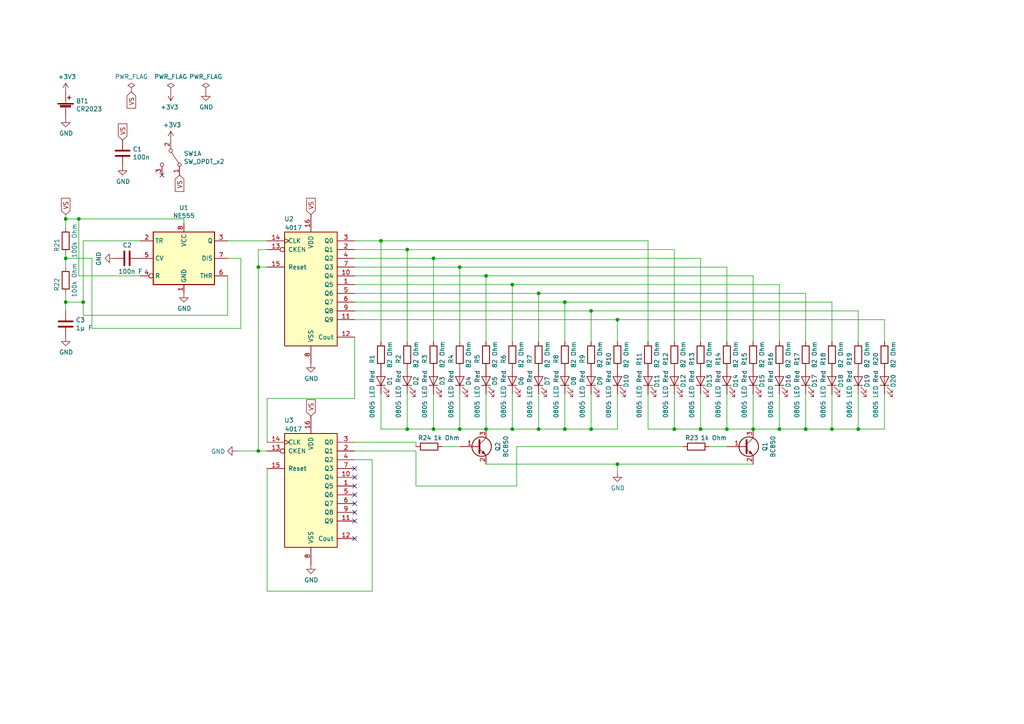
<source format=kicad_sch>
(kicad_sch (version 20211123) (generator eeschema)
  (paper "A4")
  (title_block (title "SMD-Lauflicht") (date "2021-04-24") (rev "V1.0") (company "Binary Kitchen e.V."))
  (lib_symbols
    (symbol "4xxx:4017" (pin_names (offset 1.016))
      (property "Reference" "U" (at -7.62 16.51 0))
      (property "Value" "4xxx_4017" (at -7.62 -19.05 0))
      (symbol "4017_1_0"
        (pin output line (at 12.7 0 180) (length 5.08) (name "Q5") (number "1"))
        (pin output line (at 12.7 2.54 180) (length 5.08) (name "Q4") (number "10"))
        (pin output line (at 12.7 -10.16 180) (length 5.08) (name "Q9") (number "11"))
        (pin output line (at 12.7 -15.24 180) (length 5.08) (name "Cout") (number "12"))
        (pin input inverted (at -12.7 10.16 0) (length 5.08) (name "CKEN") (number "13"))
        (pin input clock (at -12.7 12.7 0) (length 5.08) (name "CLK") (number "14"))
        (pin input line (at -12.7 5.08 0) (length 5.08) (name "Reset") (number "15"))
        (pin power_in line (at 0 20.32 270) (length 5.08) (name "VDD") (number "16"))
        (pin output line (at 12.7 10.16 180) (length 5.08) (name "Q1") (number "2"))
        (pin output line (at 12.7 12.7 180) (length 5.08) (name "Q0") (number "3"))
        (pin output line (at 12.7 7.62 180) (length 5.08) (name "Q2") (number "4"))
        (pin output line (at 12.7 -2.54 180) (length 5.08) (name "Q6") (number "5"))
        (pin output line (at 12.7 -5.08 180) (length 5.08) (name "Q7") (number "6"))
        (pin output line (at 12.7 5.08 180) (length 5.08) (name "Q3") (number "7"))
        (pin power_in line (at 0 -22.86 90) (length 5.08) (name "VSS") (number "8"))
        (pin output line (at 12.7 -7.62 180) (length 5.08) (name "Q8") (number "9"))
      )
      (symbol "4017_1_1"
        (rectangle (start -7.62 15.24) (end 7.62 -17.78) (stroke (width 0.254)) (fill (type background)))
      )
    )
    (symbol "Device:Battery_Cell" (pin_numbers hide) (pin_names (offset 0) hide)
      (property "Reference" "BT" (at 2.54 2.54 0))
      (property "Value" "Device_Battery_Cell" (at 2.54 0 0))
      (symbol "Battery_Cell_0_1"
        (rectangle (start -2.286 1.778) (end 2.286 1.524) (fill (type outline)))
        (rectangle (start -1.5748 1.1938) (end 1.4732 0.6858) (fill (type outline)))
        (polyline (pts (xy 0 0.762) (xy 0 0)))
        (polyline (pts (xy 0 1.778) (xy 0 2.54)))
        (polyline (pts (xy 0.508 3.429) (xy 1.524 3.429)) (stroke (width 0.254)))
        (polyline (pts (xy 1.016 3.937) (xy 1.016 2.921)) (stroke (width 0.254)))
      )
      (symbol "Battery_Cell_1_1"
        (pin passive line (at 0 5.08 270) (length 2.54) (name "+") (number "1"))
        (pin passive line (at 0 -2.54 90) (length 2.54) (name "-") (number "2"))
      )
    )
    (symbol "Device:C" (pin_numbers hide) (pin_names (offset 0.254))
      (property "Reference" "C" (at 0.635 2.54 0))
      (property "Value" "Device_C" (at 0.635 -2.54 0))
      (symbol "C_0_1"
        (polyline (pts (xy -2.032 -0.762) (xy 2.032 -0.762)) (stroke (width 0.508)))
        (polyline (pts (xy -2.032 0.762) (xy 2.032 0.762)) (stroke (width 0.508)))
      )
      (symbol "C_1_1"
        (pin passive line (at 0 3.81 270) (length 2.794) (name "~") (number "1"))
        (pin passive line (at 0 -3.81 90) (length 2.794) (name "~") (number "2"))
      )
    )
    (symbol "Device:LED" (pin_numbers hide) (pin_names (offset 1.016) hide)
      (property "Reference" "D" (at 0 2.54 0))
      (property "Value" "Device_LED" (at 0 -2.54 0))
      (symbol "LED_0_1"
        (polyline (pts (xy -1.27 -1.27) (xy -1.27 1.27)) (stroke (width 0.2032)))
        (polyline (pts (xy -1.27 0) (xy 1.27 0)))
        (polyline (pts (xy 1.27 -1.27) (xy 1.27 1.27) (xy -1.27 0) (xy 1.27 -1.27)) (stroke (width 0.2032)))
        (polyline (pts (xy -3.048 -0.762) (xy -4.572 -2.286) (xy -3.81 -2.286) (xy -4.572 -2.286) (xy -4.572 -1.524)))
        (polyline (pts (xy -1.778 -0.762) (xy -3.302 -2.286) (xy -2.54 -2.286) (xy -3.302 -2.286) (xy -3.302 -1.524)))
      )
      (symbol "LED_1_1"
        (pin passive line (at -3.81 0 0) (length 2.54) (name "K") (number "1"))
        (pin passive line (at 3.81 0 180) (length 2.54) (name "A") (number "2"))
      )
    )
    (symbol "Device:R" (pin_numbers hide) (pin_names (offset 0))
      (property "Reference" "R" (at 2.032 0 90))
      (property "Value" "Device_R" (at 0 0 90))
      (symbol "R_0_1"
        (rectangle (start -1.016 -2.54) (end 1.016 2.54) (stroke (width 0.254)))
      )
      (symbol "R_1_1"
        (pin passive line (at 0 3.81 270) (length 1.27) (name "~") (number "1"))
        (pin passive line (at 0 -3.81 90) (length 1.27) (name "~") (number "2"))
      )
    )
    (symbol "Switch:SW_DPDT_x2" (pin_names (offset 0) hide)
      (property "Reference" "SW" (at 0 4.318 0))
      (property "Value" "SW_DPDT_x2" (at 0 -5.08 0))
      (symbol "SW_DPDT_x2_0_0"
        (circle (center -2.032 0) (radius 0.508))
        (circle (center 2.032 -2.54) (radius 0.508))
      )
      (symbol "SW_DPDT_x2_0_1"
        (polyline (pts (xy -1.524 0.254) (xy 1.651 2.286)))
        (circle (center 2.032 2.54) (radius 0.508))
      )
      (symbol "SW_DPDT_x2_1_1"
        (pin passive line (at 5.08 2.54 180) (length 2.54) (name "A") (number "1"))
        (pin passive line (at -5.08 0 0) (length 2.54) (name "B") (number "2"))
        (pin passive line (at 5.08 -2.54 180) (length 2.54) (name "C") (number "3"))
      )
      (symbol "SW_DPDT_x2_2_1"
        (pin passive line (at 5.08 2.54 180) (length 2.54) (name "A") (number "4"))
        (pin passive line (at -5.08 0 0) (length 2.54) (name "B") (number "5"))
        (pin passive line (at 5.08 -2.54 180) (length 2.54) (name "C") (number "6"))
      )
    )
    (symbol "Timer:NE555"
      (property "Reference" "U" (at -10.16 8.89 0))
      (property "Value" "Timer_NE555" (at 2.54 8.89 0))
      (symbol "NE555_0_0"
        (pin power_in line (at 0 -10.16 90) (length 2.54) (name "GND") (number "1"))
        (pin power_in line (at 0 10.16 270) (length 2.54) (name "VCC") (number "8"))
      )
      (symbol "NE555_0_1"
        (rectangle (start -8.89 -7.62) (end 8.89 7.62) (stroke (width 0.254)) (fill (type background)))
        (rectangle (start -8.89 -7.62) (end 8.89 7.62) (stroke (width 0.254)) (fill (type background)))
      )
      (symbol "NE555_1_1"
        (pin input line (at -12.7 5.08 0) (length 3.81) (name "TR") (number "2"))
        (pin output line (at 12.7 5.08 180) (length 3.81) (name "Q") (number "3"))
        (pin input inverted (at -12.7 -5.08 0) (length 3.81) (name "R") (number "4"))
        (pin input line (at -12.7 0 0) (length 3.81) (name "CV") (number "5"))
        (pin input line (at 12.7 -5.08 180) (length 3.81) (name "THR") (number "6"))
        (pin input line (at 12.7 0 180) (length 3.81) (name "DIS") (number "7"))
      )
    )
    (symbol "Transistor_BJT:BC850" (pin_names (offset 0) hide)
      (property "Reference" "Q" (at 5.08 1.905 0))
      (property "Value" "Transistor_BJT_BC850" (at 5.08 0 0))
      (symbol "BC850_0_1"
        (polyline (pts (xy 0.635 0.635) (xy 2.54 2.54)))
        (polyline (pts (xy 0.635 -0.635) (xy 2.54 -2.54) (xy 2.54 -2.54)))
        (polyline (pts (xy 0.635 1.905) (xy 0.635 -1.905) (xy 0.635 -1.905)) (stroke (width 0.508)))
        (polyline (pts (xy 1.27 -1.778) (xy 1.778 -1.27) (xy 2.286 -2.286) (xy 1.27 -1.778) (xy 1.27 -1.778)) (fill (type outline)))
        (circle (center 1.27 0) (radius 2.8194) (stroke (width 0.254)))
      )
      (symbol "BC850_1_1"
        (pin input line (at -5.08 0 0) (length 5.715) (name "B") (number "1"))
        (pin passive line (at 2.54 -5.08 90) (length 2.54) (name "E") (number "2"))
        (pin passive line (at 2.54 5.08 270) (length 2.54) (name "C") (number "3"))
      )
    )
    (symbol "power:+3.3V" (power) (pin_names (offset 0))
      (property "Value" "+3.3V" (at 0 3.556 0))
      (symbol "+3.3V_0_1"
        (polyline (pts (xy -0.762 1.27) (xy 0 2.54)))
        (polyline (pts (xy 0 0) (xy 0 2.54)))
        (polyline (pts (xy 0 2.54) (xy 0.762 1.27)))
      )
      (symbol "+3.3V_1_1"
        (pin power_in line (at 0 0 90) (length 0) hide (name "+3V3") (number "1"))
      )
    )
    (symbol "power:GND" (power) (pin_names (offset 0))
      (property "Value" "GND" (at 0 -3.81 0))
      (symbol "GND_0_1"
        (polyline (pts (xy 0 0) (xy 0 -1.27) (xy 1.27 -1.27) (xy 0 -2.54) (xy -1.27 -1.27) (xy 0 -1.27)))
      )
      (symbol "GND_1_1"
        (pin power_in line (at 0 0 270) (length 0) hide (name "GND") (number "1"))
      )
    )
    (symbol "power:PWR_FLAG" (power) (pin_numbers hide) (pin_names (offset 0) hide)
      (property "Value" "PWR_FLAG" (at 0 3.81 0))
      (symbol "PWR_FLAG_0_0"
        (pin power_out line (at 0 0 90) (length 0) (name "pwr") (number "1"))
      )
      (symbol "PWR_FLAG_0_1"
        (polyline (pts (xy 0 0) (xy 0 1.27) (xy -1.016 1.905) (xy 0 2.54) (xy 1.016 1.905) (xy 0 1.27)))
      )
    )
  )
  (junction (at 203.2 124.46))
  (junction (at 19.05 87.63))
  (junction (at 148.59 82.55))
  (junction (at 133.35 77.47))
  (junction (at 171.45 124.46))
  (junction (at 118.11 124.46))
  (junction (at 140.97 80.01))
  (junction (at 156.21 124.46))
  (junction (at 19.05 74.93))
  (junction (at 226.06 124.46))
  (junction (at 179.07 92.71))
  (junction (at 210.82 124.46))
  (junction (at 195.58 124.46))
  (junction (at 241.3 124.46))
  (junction (at 74.93 130.81))
  (junction (at 110.49 69.85))
  (junction (at 233.68 124.46))
  (junction (at 148.59 124.46))
  (junction (at 140.97 124.46))
  (junction (at 19.05 63.5))
  (junction (at 24.13 87.63))
  (junction (at 156.21 85.09))
  (junction (at 179.07 134.62))
  (junction (at 171.45 90.17))
  (junction (at 118.11 72.39))
  (junction (at 133.35 124.46))
  (junction (at 248.92 124.46))
  (junction (at 125.73 124.46))
  (junction (at 22.86 63.5))
  (junction (at 163.83 87.63))
  (junction (at 125.73 74.93))
  (junction (at 74.93 77.47))
  (junction (at 218.44 124.46))
  (junction (at 163.83 124.46))
  (no_connect (at 102.87 135.89))
  (no_connect (at 102.87 151.13))
  (no_connect (at 102.87 146.05))
  (no_connect (at 102.87 140.97))
  (no_connect (at 46.99 50.8))
  (no_connect (at 102.87 148.59))
  (no_connect (at 102.87 156.21))
  (no_connect (at 102.87 143.51))
  (no_connect (at 102.87 138.43))
  (wire (pts (xy 102.87 128.27) (xy 120.65 128.27)))
  (wire (pts (xy 256.54 124.46) (xy 256.54 114.3)))
  (wire (pts (xy 218.44 99.06) (xy 218.44 80.01)))
  (wire (pts (xy 156.21 114.3) (xy 156.21 124.46)))
  (wire (pts (xy 19.05 74.93) (xy 19.05 77.47)))
  (wire (pts (xy 110.49 69.85) (xy 187.96 69.85)))
  (wire (pts (xy 195.58 124.46) (xy 203.2 124.46)))
  (wire (pts (xy 19.05 63.5) (xy 19.05 66.04)))
  (wire (pts (xy 125.73 99.06) (xy 125.73 74.93)))
  (wire (pts (xy 233.68 114.3) (xy 233.68 124.46)))
  (wire (pts (xy 19.05 62.23) (xy 19.05 63.5)))
  (wire (pts (xy 156.21 124.46) (xy 163.83 124.46)))
  (wire (pts (xy 203.2 99.06) (xy 203.2 74.93)))
  (wire (pts (xy 248.92 114.3) (xy 248.92 124.46)))
  (wire (pts (xy 125.73 114.3) (xy 125.73 124.46)))
  (wire (pts (xy 68.58 130.81) (xy 74.93 130.81)))
  (wire (pts (xy 102.87 82.55) (xy 148.59 82.55)))
  (wire (pts (xy 210.82 124.46) (xy 218.44 124.46)))
  (wire (pts (xy 133.35 114.3) (xy 133.35 124.46)))
  (wire (pts (xy 179.07 92.71) (xy 179.07 99.06)))
  (wire (pts (xy 171.45 114.3) (xy 171.45 124.46)))
  (wire (pts (xy 102.87 133.35) (xy 107.95 133.35)))
  (wire (pts (xy 140.97 99.06) (xy 140.97 80.01)))
  (wire (pts (xy 66.04 74.93) (xy 69.85 74.93)))
  (wire (pts (xy 149.86 129.54) (xy 149.86 140.97)))
  (wire (pts (xy 66.04 91.44) (xy 66.04 80.01)))
  (wire (pts (xy 120.65 140.97) (xy 120.65 130.81)))
  (wire (pts (xy 226.06 99.06) (xy 226.06 82.55)))
  (wire (pts (xy 256.54 92.71) (xy 256.54 99.06)))
  (wire (pts (xy 241.3 124.46) (xy 248.92 124.46)))
  (wire (pts (xy 102.87 90.17) (xy 171.45 90.17)))
  (wire (pts (xy 163.83 99.06) (xy 163.83 87.63)))
  (wire (pts (xy 187.96 114.3) (xy 187.96 124.46)))
  (wire (pts (xy 102.87 69.85) (xy 110.49 69.85)))
  (wire (pts (xy 19.05 87.63) (xy 19.05 90.17)))
  (wire (pts (xy 179.07 92.71) (xy 102.87 92.71)))
  (wire (pts (xy 179.07 124.46) (xy 179.07 114.3)))
  (wire (pts (xy 40.64 69.85) (xy 24.13 69.85)))
  (wire (pts (xy 74.93 77.47) (xy 74.93 72.39)))
  (wire (pts (xy 248.92 90.17) (xy 171.45 90.17)))
  (wire (pts (xy 128.27 129.54) (xy 133.35 129.54)))
  (wire (pts (xy 187.96 124.46) (xy 195.58 124.46)))
  (wire (pts (xy 156.21 99.06) (xy 156.21 85.09)))
  (wire (pts (xy 40.64 80.01) (xy 22.86 80.01)))
  (wire (pts (xy 110.49 99.06) (xy 110.49 69.85)))
  (wire (pts (xy 163.83 124.46) (xy 171.45 124.46)))
  (wire (pts (xy 179.07 134.62) (xy 218.44 134.62)))
  (wire (pts (xy 148.59 99.06) (xy 148.59 82.55)))
  (wire (pts (xy 163.83 87.63) (xy 102.87 87.63)))
  (wire (pts (xy 148.59 82.55) (xy 226.06 82.55)))
  (wire (pts (xy 148.59 114.3) (xy 148.59 124.46)))
  (wire (pts (xy 156.21 85.09) (xy 102.87 85.09)))
  (wire (pts (xy 77.47 115.57) (xy 77.47 128.27)))
  (wire (pts (xy 118.11 99.06) (xy 118.11 72.39)))
  (wire (pts (xy 210.82 114.3) (xy 210.82 124.46)))
  (wire (pts (xy 179.07 134.62) (xy 179.07 137.16)))
  (wire (pts (xy 77.47 77.47) (xy 74.93 77.47)))
  (wire (pts (xy 241.3 114.3) (xy 241.3 124.46)))
  (wire (pts (xy 171.45 124.46) (xy 179.07 124.46)))
  (wire (pts (xy 74.93 130.81) (xy 77.47 130.81)))
  (wire (pts (xy 22.86 63.5) (xy 19.05 63.5)))
  (wire (pts (xy 24.13 91.44) (xy 66.04 91.44)))
  (wire (pts (xy 110.49 124.46) (xy 118.11 124.46)))
  (wire (pts (xy 66.04 69.85) (xy 77.47 69.85)))
  (wire (pts (xy 19.05 73.66) (xy 19.05 74.93)))
  (wire (pts (xy 24.13 69.85) (xy 24.13 87.63)))
  (wire (pts (xy 163.83 114.3) (xy 163.83 124.46)))
  (wire (pts (xy 77.47 171.45) (xy 107.95 171.45)))
  (wire (pts (xy 210.82 77.47) (xy 133.35 77.47)))
  (wire (pts (xy 53.34 63.5) (xy 53.34 64.77)))
  (wire (pts (xy 120.65 128.27) (xy 120.65 129.54)))
  (wire (pts (xy 24.13 87.63) (xy 24.13 91.44)))
  (wire (pts (xy 102.87 97.79) (xy 102.87 115.57)))
  (wire (pts (xy 125.73 124.46) (xy 133.35 124.46)))
  (wire (pts (xy 22.86 80.01) (xy 22.86 63.5)))
  (wire (pts (xy 233.68 99.06) (xy 233.68 85.09)))
  (wire (pts (xy 218.44 124.46) (xy 226.06 124.46)))
  (wire (pts (xy 69.85 95.25) (xy 26.67 95.25)))
  (wire (pts (xy 187.96 99.06) (xy 187.96 69.85)))
  (wire (pts (xy 110.49 114.3) (xy 110.49 124.46)))
  (wire (pts (xy 118.11 72.39) (xy 195.58 72.39)))
  (wire (pts (xy 107.95 133.35) (xy 107.95 171.45)))
  (wire (pts (xy 210.82 129.54) (xy 205.74 129.54)))
  (wire (pts (xy 19.05 85.09) (xy 19.05 87.63)))
  (wire (pts (xy 19.05 74.93) (xy 26.67 74.93)))
  (wire (pts (xy 195.58 114.3) (xy 195.58 124.46)))
  (wire (pts (xy 179.07 92.71) (xy 256.54 92.71)))
  (wire (pts (xy 140.97 124.46) (xy 148.59 124.46)))
  (wire (pts (xy 210.82 99.06) (xy 210.82 77.47)))
  (wire (pts (xy 77.47 135.89) (xy 77.47 171.45)))
  (wire (pts (xy 203.2 74.93) (xy 125.73 74.93)))
  (wire (pts (xy 26.67 95.25) (xy 26.67 74.93)))
  (wire (pts (xy 248.92 124.46) (xy 256.54 124.46)))
  (wire (pts (xy 133.35 99.06) (xy 133.35 77.47)))
  (wire (pts (xy 53.34 63.5) (xy 22.86 63.5)))
  (wire (pts (xy 133.35 124.46) (xy 140.97 124.46)))
  (wire (pts (xy 218.44 114.3) (xy 218.44 124.46)))
  (wire (pts (xy 163.83 87.63) (xy 241.3 87.63)))
  (wire (pts (xy 140.97 134.62) (xy 179.07 134.62)))
  (wire (pts (xy 140.97 114.3) (xy 140.97 124.46)))
  (wire (pts (xy 226.06 124.46) (xy 233.68 124.46)))
  (wire (pts (xy 74.93 130.81) (xy 74.93 77.47)))
  (wire (pts (xy 233.68 124.46) (xy 241.3 124.46)))
  (wire (pts (xy 195.58 99.06) (xy 195.58 72.39)))
  (wire (pts (xy 74.93 72.39) (xy 77.47 72.39)))
  (wire (pts (xy 171.45 99.06) (xy 171.45 90.17)))
  (wire (pts (xy 203.2 114.3) (xy 203.2 124.46)))
  (wire (pts (xy 102.87 77.47) (xy 133.35 77.47)))
  (wire (pts (xy 241.3 99.06) (xy 241.3 87.63)))
  (wire (pts (xy 233.68 85.09) (xy 156.21 85.09)))
  (wire (pts (xy 118.11 124.46) (xy 125.73 124.46)))
  (wire (pts (xy 149.86 140.97) (xy 120.65 140.97)))
  (wire (pts (xy 102.87 115.57) (xy 77.47 115.57)))
  (wire (pts (xy 198.12 129.54) (xy 149.86 129.54)))
  (wire (pts (xy 118.11 114.3) (xy 118.11 124.46)))
  (wire (pts (xy 120.65 130.81) (xy 102.87 130.81)))
  (wire (pts (xy 203.2 124.46) (xy 210.82 124.46)))
  (wire (pts (xy 102.87 72.39) (xy 118.11 72.39)))
  (wire (pts (xy 248.92 99.06) (xy 248.92 90.17)))
  (wire (pts (xy 226.06 114.3) (xy 226.06 124.46)))
  (wire (pts (xy 140.97 80.01) (xy 218.44 80.01)))
  (wire (pts (xy 69.85 74.93) (xy 69.85 95.25)))
  (wire (pts (xy 102.87 74.93) (xy 125.73 74.93)))
  (wire (pts (xy 148.59 124.46) (xy 156.21 124.46)))
  (wire (pts (xy 24.13 87.63) (xy 19.05 87.63)))
  (wire (pts (xy 102.87 80.01) (xy 140.97 80.01)))
  (global_label "VS" (shape input) (at 19.05 62.23 90) (property "Referenzen zwischen Schaltplänen" "${INTERSHEET_REFS}" (effects hide)))
  (global_label "VS" (shape input) (at 38.1 26.67 270) (property "Referenzen zwischen Schaltplänen" "${INTERSHEET_REFS}" (effects hide)))
  (global_label "VS" (shape input) (at 35.56 40.64 90) (property "Referenzen zwischen Schaltplänen" "${INTERSHEET_REFS}" (effects hide)))
  (global_label "VS" (shape input) (at 52.07 50.8 270) (property "Referenzen zwischen Schaltplänen" "${INTERSHEET_REFS}" (effects hide)))
  (global_label "VS" (shape input) (at 90.17 62.23 90) (property "Referenzen zwischen Schaltplänen" "${INTERSHEET_REFS}" (effects hide)))
  (global_label "VS" (shape input) (at 90.17 120.65 90) (property "Referenzen zwischen Schaltplänen" "${INTERSHEET_REFS}" (effects hide)))
  (symbol (lib_id "Timer:NE555") (at 53.34 74.93 0) (unit 1)
    (property "Reference" "U1" (at 53.34 60.2488 0))
    (property "Value" "NE555" (at 53.34 62.5602 0))
    (property "Footprint" "Package_SO:SOIC-8_3.9x4.9mm_P1.27mm" (effects hide))
    (property "Datasheet" "http://www.ti.com/lit/ds/symlink/ne555.pdf" (effects hide))
  )
  (symbol (lib_id "4xxx:4017") (at 90.17 82.55 0) (unit 1)
    (property "Reference" "U2" (at 83.82 63.5 0))
    (property "Value" "4017" (at 85.09 66.04 0))
    (property "Footprint" "Binary_Kitchen:SOP-16_4.4x10.4mm_P1.27mm_simple_drawing" (effects hide))
    (property "Datasheet" "http://www.intersil.com/content/dam/Intersil/documents/cd40/cd4017bms-22bms.pdf" (effects hide))
  )
  (symbol (lib_id "Device:C") (at 35.56 44.45 180) (unit 1)
    (property "Reference" "C1" (at 38.481 43.2816 0) (effects (justify right)))
    (property "Value" "100n" (at 38.481 45.593 0) (effects (justify right)))
    (property "Footprint" "Capacitor_SMD:C_0805_2012Metric_Pad1.15x1.40mm_HandSolder" (effects hide))
  )
  (symbol (lib_id "power:GND") (at 35.56 48.26 0) (unit 1)
    (property "Reference" "#PWR0101" (effects hide))
    (property "Value" "GND" (at 35.687 52.6542 0))
  )
  (symbol (lib_id "power:PWR_FLAG") (at 59.69 26.67 0) (unit 1)
    (property "Reference" "#FLG0101" (effects hide))
    (property "Value" "PWR_FLAG" (at 59.69 22.2504 0))
  )
  (symbol (lib_id "power:GND") (at 59.69 26.67 0) (unit 1)
    (property "Reference" "#PWR0103" (effects hide))
    (property "Value" "GND" (at 59.817 31.0642 0))
  )
  (symbol (lib_id "power:GND") (at 53.34 85.09 0) (unit 1)
    (property "Reference" "#PWR0105" (effects hide))
    (property "Value" "GND" (at 53.467 89.4842 0))
  )
  (symbol (lib_id "power:GND") (at 90.17 105.41 0) (unit 1)
    (property "Reference" "#PWR0106" (effects hide))
    (property "Value" "GND" (at 90.297 109.8042 0))
  )
  (symbol (lib_id "power:PWR_FLAG") (at 49.53 26.67 0) (unit 1)
    (property "Reference" "#FLG0102" (effects hide))
    (property "Value" "PWR_FLAG" (at 49.53 22.2504 0))
  )
  (symbol (lib_id "power:+3.3V") (at 49.53 26.67 180) (unit 1)
    (property "Reference" "#PWR0116" (effects hide))
    (property "Value" "+3.3V" (at 49.149 31.0642 0))
  )
  (symbol (lib_id "power:PWR_FLAG") (at 38.1 26.67 0) (unit 1)
    (property "Reference" "#FLG0103" (effects hide))
    (property "Value" "PWR_FLAG" (at 38.1 22.2504 0))
  )
  (symbol (lib_id "Switch:SW_DPDT_x2") (at 49.53 45.72 270) (unit 1)
    (property "Reference" "SW1" (at 53.2892 44.5516 90) (effects (justify left)))
    (property "Value" "SW_DPDT_x2" (at 53.2892 46.863 90) (effects (justify left)))
    (property "Footprint" "Binary_Kitchen:smd_switch_slide" (effects hide))
  )
  (symbol (lib_id "power:+3.3V") (at 49.53 40.64 0) (unit 1)
    (property "Reference" "#PWR0104" (effects hide))
    (property "Value" "+3.3V" (at 49.911 36.2458 0))
  )
  (symbol (lib_id "Device:Battery_Cell") (at 19.05 31.75 0) (unit 1)
    (property "Reference" "BT1" (at 22.0472 29.3116 0) (effects (justify left)))
    (property "Value" "CR2023" (at 22.0472 31.623 0) (effects (justify left)))
    (property "Footprint" "Battery:BatteryHolder_Keystone_1060_1x2032" (effects hide))
  )
  (symbol (lib_id "power:GND") (at 19.05 34.29 0) (unit 1)
    (property "Reference" "#PWR0114" (effects hide))
    (property "Value" "GND" (at 19.177 38.6842 0))
  )
  (symbol (lib_id "power:+3.3V") (at 19.05 26.67 0) (unit 1)
    (property "Reference" "#PWR0115" (effects hide))
    (property "Value" "+3.3V" (at 19.431 22.2758 0))
  )
  (symbol (lib_id "4xxx:4017") (at 90.17 140.97 0) (unit 1)
    (property "Reference" "U3" (at 83.82 121.92 0))
    (property "Value" "4017" (at 85.09 124.46 0))
    (property "Footprint" "Binary_Kitchen:SOP-16_4.4x10.4mm_P1.27mm_simple_drawing" (effects hide))
    (property "Datasheet" "http://www.intersil.com/content/dam/Intersil/documents/cd40/cd4017bms-22bms.pdf" (effects hide))
  )
  (symbol (lib_id "power:GND") (at 68.58 130.81 270) (unit 1)
    (property "Reference" "#PWR05" (effects hide))
    (property "Value" "GND" (at 65.3288 130.937 90) (effects (justify right)))
  )
  (symbol (lib_id "power:GND") (at 90.17 163.83 0) (unit 1)
    (property "Reference" "#PWR06" (effects hide))
    (property "Value" "GND" (at 90.297 168.2242 0))
  )
  (symbol (lib_id "Device:LED") (at 110.49 110.49 90) (unit 1)
    (property "Reference" "D1" (at 113.03 110.49 0))
    (property "Value" "0805 LED Red" (at 107.95 114.3 0))
    (property "Footprint" "Binary_Kitchen:LED_0805_2012Metric_Pad1.15x1.40mm_HandSolder_simple_drawing" (effects hide))
  )
  (symbol (lib_id "Device:LED") (at 187.96 110.49 90) (unit 1)
    (property "Reference" "D11" (at 190.5 110.49 0))
    (property "Value" "0805 LED Red" (at 185.42 114.3 0))
    (property "Footprint" "Binary_Kitchen:LED_0805_2012Metric_Pad1.15x1.40mm_HandSolder_simple_drawing" (effects hide))
  )
  (symbol (lib_id "Device:R") (at 187.96 102.87 0) (unit 1)
    (property "Reference" "R11" (at 185.42 104.14 90))
    (property "Value" "82 Ohm" (at 190.5 102.87 90))
    (property "Footprint" "Binary_Kitchen:R_0603_1608Metric_Pad1.05x0.95mm_HandSolder" (effects hide))
  )
  (symbol (lib_id "Device:LED") (at 195.58 110.49 90) (unit 1)
    (property "Reference" "D12" (at 198.12 110.49 0))
    (property "Value" "0805 LED Red" (at 193.04 114.3 0))
    (property "Footprint" "Binary_Kitchen:LED_0805_2012Metric_Pad1.15x1.40mm_HandSolder_simple_drawing" (effects hide))
  )
  (symbol (lib_id "Device:R") (at 195.58 102.87 0) (unit 1)
    (property "Reference" "R12" (at 193.04 104.14 90))
    (property "Value" "82 Ohm" (at 198.12 102.87 90))
    (property "Footprint" "Binary_Kitchen:R_0603_1608Metric_Pad1.05x0.95mm_HandSolder" (effects hide))
  )
  (symbol (lib_id "Device:LED") (at 203.2 110.49 90) (unit 1)
    (property "Reference" "D13" (at 205.74 110.49 0))
    (property "Value" "0805 LED Red" (at 200.66 114.3 0))
    (property "Footprint" "Binary_Kitchen:LED_0805_2012Metric_Pad1.15x1.40mm_HandSolder_simple_drawing" (effects hide))
  )
  (symbol (lib_id "Device:R") (at 203.2 102.87 0) (unit 1)
    (property "Reference" "R13" (at 200.66 104.14 90))
    (property "Value" "82 Ohm" (at 205.74 102.87 90))
    (property "Footprint" "Binary_Kitchen:R_0603_1608Metric_Pad1.05x0.95mm_HandSolder" (effects hide))
  )
  (symbol (lib_id "Device:LED") (at 210.82 110.49 90) (unit 1)
    (property "Reference" "D14" (at 213.36 110.49 0))
    (property "Value" "0805 LED Red" (at 208.28 114.3 0))
    (property "Footprint" "Binary_Kitchen:LED_0805_2012Metric_Pad1.15x1.40mm_HandSolder_simple_drawing" (effects hide))
  )
  (symbol (lib_id "Device:R") (at 210.82 102.87 0) (unit 1)
    (property "Reference" "R14" (at 208.28 104.14 90))
    (property "Value" "82 Ohm" (at 213.36 102.87 90))
    (property "Footprint" "Binary_Kitchen:R_0603_1608Metric_Pad1.05x0.95mm_HandSolder" (effects hide))
  )
  (symbol (lib_id "Device:LED") (at 218.44 110.49 90) (unit 1)
    (property "Reference" "D15" (at 220.98 110.49 0))
    (property "Value" "0805 LED Red" (at 215.9 114.3 0))
    (property "Footprint" "Binary_Kitchen:LED_0805_2012Metric_Pad1.15x1.40mm_HandSolder_simple_drawing" (effects hide))
  )
  (symbol (lib_id "Device:R") (at 218.44 102.87 0) (unit 1)
    (property "Reference" "R15" (at 215.9 104.14 90))
    (property "Value" "82 Ohm" (at 220.98 102.87 90))
    (property "Footprint" "Binary_Kitchen:R_0603_1608Metric_Pad1.05x0.95mm_HandSolder" (effects hide))
  )
  (symbol (lib_id "Device:LED") (at 226.06 110.49 90) (unit 1)
    (property "Reference" "D16" (at 228.6 110.49 0))
    (property "Value" "0805 LED Red" (at 223.52 114.3 0))
    (property "Footprint" "Binary_Kitchen:LED_0805_2012Metric_Pad1.15x1.40mm_HandSolder_simple_drawing" (effects hide))
  )
  (symbol (lib_id "Device:R") (at 226.06 102.87 0) (unit 1)
    (property "Reference" "R16" (at 223.52 104.14 90))
    (property "Value" "82 Ohm" (at 228.6 102.87 90))
    (property "Footprint" "Binary_Kitchen:R_0603_1608Metric_Pad1.05x0.95mm_HandSolder" (effects hide))
  )
  (symbol (lib_id "Device:LED") (at 233.68 110.49 90) (unit 1)
    (property "Reference" "D17" (at 236.22 110.49 0))
    (property "Value" "0805 LED Red" (at 231.14 114.3 0))
    (property "Footprint" "Binary_Kitchen:LED_0805_2012Metric_Pad1.15x1.40mm_HandSolder_simple_drawing" (effects hide))
  )
  (symbol (lib_id "Device:R") (at 233.68 102.87 0) (unit 1)
    (property "Reference" "R17" (at 231.14 104.14 90))
    (property "Value" "82 Ohm" (at 236.22 102.87 90))
    (property "Footprint" "Binary_Kitchen:R_0603_1608Metric_Pad1.05x0.95mm_HandSolder" (effects hide))
  )
  (symbol (lib_id "Device:LED") (at 241.3 110.49 90) (unit 1)
    (property "Reference" "D18" (at 243.84 110.49 0))
    (property "Value" "0805 LED Red" (at 238.76 114.3 0))
    (property "Footprint" "Binary_Kitchen:LED_0805_2012Metric_Pad1.15x1.40mm_HandSolder_simple_drawing" (effects hide))
  )
  (symbol (lib_id "Device:R") (at 241.3 102.87 0) (unit 1)
    (property "Reference" "R18" (at 238.76 104.14 90))
    (property "Value" "82 Ohm" (at 243.84 102.87 90))
    (property "Footprint" "Binary_Kitchen:R_0603_1608Metric_Pad1.05x0.95mm_HandSolder" (effects hide))
  )
  (symbol (lib_id "Device:LED") (at 248.92 110.49 90) (unit 1)
    (property "Reference" "D19" (at 251.46 110.49 0))
    (property "Value" "0805 LED Red" (at 246.38 114.3 0))
    (property "Footprint" "Binary_Kitchen:LED_0805_2012Metric_Pad1.15x1.40mm_HandSolder_simple_drawing" (effects hide))
  )
  (symbol (lib_id "Device:R") (at 248.92 102.87 0) (unit 1)
    (property "Reference" "R19" (at 246.38 104.14 90))
    (property "Value" "82 Ohm" (at 251.46 102.87 90))
    (property "Footprint" "Binary_Kitchen:R_0603_1608Metric_Pad1.05x0.95mm_HandSolder" (effects hide))
  )
  (symbol (lib_id "Device:LED") (at 256.54 110.49 90) (unit 1)
    (property "Reference" "D20" (at 259.08 110.49 0))
    (property "Value" "0805 LED Red" (at 254 114.3 0))
    (property "Footprint" "Binary_Kitchen:LED_0805_2012Metric_Pad1.15x1.40mm_HandSolder_simple_drawing" (effects hide))
  )
  (symbol (lib_id "Device:R") (at 256.54 102.87 0) (unit 1)
    (property "Reference" "R20" (at 254 104.14 90))
    (property "Value" "82 Ohm" (at 259.08 102.87 90))
    (property "Footprint" "Binary_Kitchen:R_0603_1608Metric_Pad1.05x0.95mm_HandSolder" (effects hide))
  )
  (symbol (lib_id "Device:C") (at 19.05 93.98 180) (unit 1)
    (property "Reference" "C3" (at 21.971 92.8116 0) (effects (justify right)))
    (property "Value" "1µ F" (at 21.971 95.123 0) (effects (justify right)))
    (property "Footprint" "Capacitor_SMD:C_0805_2012Metric_Pad1.15x1.40mm_HandSolder" (effects hide))
  )
  (symbol (lib_id "power:GND") (at 179.07 137.16 0) (unit 1)
    (property "Reference" "#PWR03" (effects hide))
    (property "Value" "GND" (at 179.197 141.5542 0))
  )
  (symbol (lib_id "Device:R") (at 19.05 69.85 0) (unit 1)
    (property "Reference" "R21" (at 16.51 71.12 90))
    (property "Value" "100k Ohm" (at 21.59 69.85 90))
    (property "Footprint" "Binary_Kitchen:R_0805_2012Metric_Pad1.15x1.40mm_HandSolder" (effects hide))
  )
  (symbol (lib_id "Device:R") (at 19.05 81.28 0) (unit 1)
    (property "Reference" "R22" (at 16.51 82.55 90))
    (property "Value" "100k Ohm" (at 21.59 81.28 90))
    (property "Footprint" "Binary_Kitchen:R_0805_2012Metric_Pad1.15x1.40mm_HandSolder" (effects hide))
  )
  (symbol (lib_id "power:GND") (at 19.05 97.79 0) (unit 1)
    (property "Reference" "#PWR01" (effects hide))
    (property "Value" "GND" (at 19.177 102.1842 0))
  )
  (symbol (lib_id "Device:C") (at 36.83 74.93 90) (unit 1)
    (property "Reference" "C2" (at 35.56 71.12 90) (effects (justify right)))
    (property "Value" "100n F" (at 34.29 78.74 90) (effects (justify right)))
    (property "Footprint" "Capacitor_SMD:C_0805_2012Metric_Pad1.15x1.40mm_HandSolder" (effects hide))
  )
  (symbol (lib_id "power:GND") (at 33.02 74.93 270) (unit 1)
    (property "Reference" "#PWR02" (effects hide))
    (property "Value" "GND" (at 28.6258 75.057 0))
  )
  (symbol (lib_id "Device:R") (at 124.46 129.54 270) (unit 1)
    (property "Reference" "R24" (at 123.19 127 90))
    (property "Value" "1k Ohm" (at 129.54 127 90))
    (property "Footprint" "Binary_Kitchen:R_0603_1608Metric_Pad1.05x0.95mm_HandSolder" (effects hide))
  )
  (symbol (lib_id "Device:R") (at 201.93 129.54 270) (unit 1)
    (property "Reference" "R23" (at 200.66 127 90))
    (property "Value" "1k Ohm" (at 207.01 127 90))
    (property "Footprint" "Binary_Kitchen:R_0603_1608Metric_Pad1.05x0.95mm_HandSolder" (effects hide))
  )
  (symbol (lib_id "Transistor_BJT:BC850") (at 215.9 129.54 0) (unit 1)
    (property "Reference" "Q1" (at 221.869 129.54 90))
    (property "Value" "BC850" (at 224.1804 129.54 90))
    (property "Footprint" "Package_TO_SOT_SMD:SOT-23" (effects hide))
    (property "Datasheet" "http://www.infineon.com/dgdl/Infineon-BC847SERIES_BC848SERIES_BC849SERIES_BC850SERIES-DS-v01_01-en.pdf?fileId=db3a304314dca389011541d4630a1657" (effects hide))
  )
  (symbol (lib_id "Transistor_BJT:BC850") (at 138.43 129.54 0) (unit 1)
    (property "Reference" "Q2" (at 144.399 129.54 90))
    (property "Value" "BC850" (at 146.7104 129.54 90))
    (property "Footprint" "Package_TO_SOT_SMD:SOT-23" (effects hide))
    (property "Datasheet" "http://www.infineon.com/dgdl/Infineon-BC847SERIES_BC848SERIES_BC849SERIES_BC850SERIES-DS-v01_01-en.pdf?fileId=db3a304314dca389011541d4630a1657" (effects hide))
  )
  (symbol (lib_id "Device:R") (at 110.49 102.87 0) (unit 1)
    (property "Reference" "R1" (at 107.95 104.14 90))
    (property "Value" "82 Ohm" (at 113.03 102.87 90))
    (property "Footprint" "Binary_Kitchen:R_0603_1608Metric_Pad1.05x0.95mm_HandSolder" (effects hide))
  )
  (symbol (lib_id "Device:LED") (at 118.11 110.49 90) (unit 1)
    (property "Reference" "D2" (at 120.65 110.49 0))
    (property "Value" "0805 LED Red" (at 115.57 114.3 0))
    (property "Footprint" "Binary_Kitchen:LED_0805_2012Metric_Pad1.15x1.40mm_HandSolder_simple_drawing" (effects hide))
  )
  (symbol (lib_id "Device:R") (at 118.11 102.87 0) (unit 1)
    (property "Reference" "R2" (at 115.57 104.14 90))
    (property "Value" "82 Ohm" (at 120.65 102.87 90))
    (property "Footprint" "Binary_Kitchen:R_0603_1608Metric_Pad1.05x0.95mm_HandSolder" (effects hide))
  )
  (symbol (lib_id "Device:LED") (at 125.73 110.49 90) (unit 1)
    (property "Reference" "D3" (at 128.27 110.49 0))
    (property "Value" "0805 LED Red" (at 123.19 114.3 0))
    (property "Footprint" "Binary_Kitchen:LED_0805_2012Metric_Pad1.15x1.40mm_HandSolder_simple_drawing" (effects hide))
  )
  (symbol (lib_id "Device:R") (at 125.73 102.87 0) (unit 1)
    (property "Reference" "R3" (at 123.19 104.14 90))
    (property "Value" "82 Ohm" (at 128.27 102.87 90))
    (property "Footprint" "Binary_Kitchen:R_0603_1608Metric_Pad1.05x0.95mm_HandSolder" (effects hide))
  )
  (symbol (lib_id "Device:LED") (at 133.35 110.49 90) (unit 1)
    (property "Reference" "D4" (at 135.89 110.49 0))
    (property "Value" "0805 LED Red" (at 130.81 114.3 0))
    (property "Footprint" "Binary_Kitchen:LED_0805_2012Metric_Pad1.15x1.40mm_HandSolder_simple_drawing" (effects hide))
  )
  (symbol (lib_id "Device:R") (at 133.35 102.87 0) (unit 1)
    (property "Reference" "R4" (at 130.81 104.14 90))
    (property "Value" "82 Ohm" (at 135.89 102.87 90))
    (property "Footprint" "Binary_Kitchen:R_0603_1608Metric_Pad1.05x0.95mm_HandSolder" (effects hide))
  )
  (symbol (lib_id "Device:LED") (at 140.97 110.49 90) (unit 1)
    (property "Reference" "D5" (at 143.51 110.49 0))
    (property "Value" "0805 LED Red" (at 138.43 114.3 0))
    (property "Footprint" "Binary_Kitchen:LED_0805_2012Metric_Pad1.15x1.40mm_HandSolder_simple_drawing" (effects hide))
  )
  (symbol (lib_id "Device:R") (at 140.97 102.87 0) (unit 1)
    (property "Reference" "R5" (at 138.43 104.14 90))
    (property "Value" "82 Ohm" (at 143.51 102.87 90))
    (property "Footprint" "Binary_Kitchen:R_0603_1608Metric_Pad1.05x0.95mm_HandSolder" (effects hide))
  )
  (symbol (lib_id "Device:LED") (at 148.59 110.49 90) (unit 1)
    (property "Reference" "D6" (at 151.13 110.49 0))
    (property "Value" "0805 LED Red" (at 146.05 114.3 0))
    (property "Footprint" "Binary_Kitchen:LED_0805_2012Metric_Pad1.15x1.40mm_HandSolder_simple_drawing" (effects hide))
  )
  (symbol (lib_id "Device:R") (at 148.59 102.87 0) (unit 1)
    (property "Reference" "R6" (at 146.05 104.14 90))
    (property "Value" "82 Ohm" (at 151.13 102.87 90))
    (property "Footprint" "Binary_Kitchen:R_0603_1608Metric_Pad1.05x0.95mm_HandSolder" (effects hide))
  )
  (symbol (lib_id "Device:LED") (at 156.21 110.49 90) (unit 1)
    (property "Reference" "D7" (at 158.75 110.49 0))
    (property "Value" "0805 LED Red" (at 153.67 114.3 0))
    (property "Footprint" "Binary_Kitchen:LED_0805_2012Metric_Pad1.15x1.40mm_HandSolder_simple_drawing" (effects hide))
  )
  (symbol (lib_id "Device:R") (at 156.21 102.87 0) (unit 1)
    (property "Reference" "R7" (at 153.67 104.14 90))
    (property "Value" "82 Ohm" (at 158.75 102.87 90))
    (property "Footprint" "Binary_Kitchen:R_0603_1608Metric_Pad1.05x0.95mm_HandSolder" (effects hide))
  )
  (symbol (lib_id "Device:LED") (at 163.83 110.49 90) (unit 1)
    (property "Reference" "D8" (at 166.37 110.49 0))
    (property "Value" "0805 LED Red" (at 161.29 114.3 0))
    (property "Footprint" "Binary_Kitchen:LED_0805_2012Metric_Pad1.15x1.40mm_HandSolder_simple_drawing" (effects hide))
  )
  (symbol (lib_id "Device:R") (at 163.83 102.87 0) (unit 1)
    (property "Reference" "R8" (at 161.29 104.14 90))
    (property "Value" "82 Ohm" (at 166.37 102.87 90))
    (property "Footprint" "Binary_Kitchen:R_0603_1608Metric_Pad1.05x0.95mm_HandSolder" (effects hide))
  )
  (symbol (lib_id "Device:LED") (at 171.45 110.49 90) (unit 1)
    (property "Reference" "D9" (at 173.99 110.49 0))
    (property "Value" "0805 LED Red" (at 168.91 114.3 0))
    (property "Footprint" "Binary_Kitchen:LED_0805_2012Metric_Pad1.15x1.40mm_HandSolder_simple_drawing" (effects hide))
  )
  (symbol (lib_id "Device:R") (at 171.45 102.87 0) (unit 1)
    (property "Reference" "R9" (at 168.91 104.14 90))
    (property "Value" "82 Ohm" (at 173.99 102.87 90))
    (property "Footprint" "Binary_Kitchen:R_0603_1608Metric_Pad1.05x0.95mm_HandSolder" (effects hide))
  )
  (symbol (lib_id "Device:LED") (at 179.07 110.49 90) (unit 1)
    (property "Reference" "D10" (at 181.61 110.49 0))
    (property "Value" "0805 LED Red" (at 176.53 114.3 0))
    (property "Footprint" "Binary_Kitchen:LED_0805_2012Metric_Pad1.15x1.40mm_HandSolder_simple_drawing" (effects hide))
  )
  (symbol (lib_id "Device:R") (at 179.07 102.87 0) (unit 1)
    (property "Reference" "R10" (at 176.53 104.14 90))
    (property "Value" "82 Ohm" (at 181.61 102.87 90))
    (property "Footprint" "Binary_Kitchen:R_0603_1608Metric_Pad1.05x0.95mm_HandSolder" (effects hide))
  )
)
</source>
